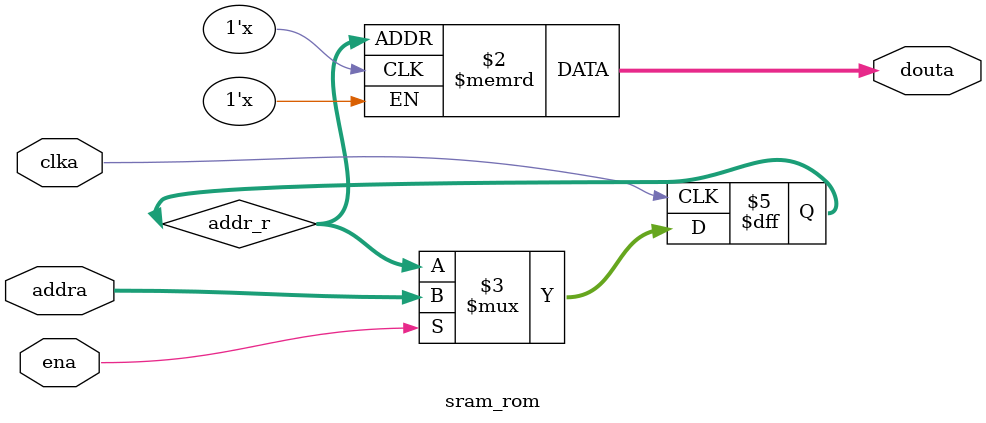
<source format=v>

`ifndef INC_SRAM_ROM
`define INC_SRAM_ROM

module sram_rom
#(
	parameter WIDTH = 32,
	parameter DEPTH = 1024
)
(
	input 											clka,
	input 											ena,
	input  [$clog2(DEPTH)-1:0] 	addra,
	output [WIDTH-1:0]          douta
);

	reg [WIDTH-1:0] rom [DEPTH];
	reg [$clog2(DEPTH)-1:0] addr_r;

	// Port A
	always @(posedge clka) begin
		if(ena) begin
			addr_r <= addra;
		end
	end

	assign douta = rom[addr_r];

endmodule

`endif
</source>
